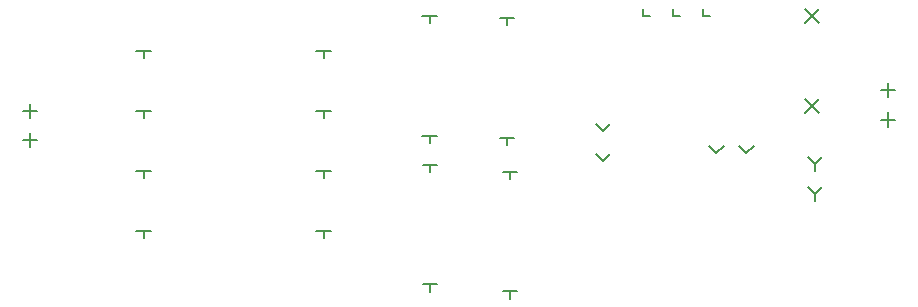
<source format=gbr>
G04 DipTrace 3.0.0.1*
G04 Plated_Through.gbr*
%MOIN*%
G04 #@! TF.FileFunction,Plated,1,2,PTH,Drill*
G04 #@! TF.Part,Single*
G04 Drill Symbols*
G04 D=0.019685 - Cross*
G04 D=0.021995 - X*
G04 D=0.028005 - Y*
G04 D=0.035433 - T*
G04 D=0.03937 - V*
G04 D=0.043307 - Clock*
%ADD10C,0.007874*%
%FSLAX26Y26*%
G04*
G70*
G90*
G75*
G01*
X2471260Y1003150D2*
D10*
X2494882Y979528D1*
X2518504Y1003150D1*
X2471260Y1103150D2*
X2494882Y1079528D1*
X2518504Y1103150D1*
X2849213Y1029921D2*
X2872835Y1006299D1*
X2896457Y1029921D1*
X2949213D2*
X2972835Y1006299D1*
X2996457Y1029921D1*
X1892913Y1462598D2*
X1940157D1*
X1916535D2*
Y1438976D1*
X1892913Y1064961D2*
X1940157D1*
X1916535D2*
Y1041339D1*
X1894094Y966535D2*
X1941339D1*
X1917717D2*
Y942913D1*
X1894094Y568898D2*
X1941339D1*
X1917717D2*
Y545276D1*
X2151969Y1456299D2*
X2199213D1*
X2175591D2*
Y1432677D1*
X2151969Y1058661D2*
X2199213D1*
X2175591D2*
Y1035039D1*
X2160630Y943307D2*
X2207874D1*
X2184252D2*
Y919685D1*
X2160630Y545669D2*
X2207874D1*
X2184252D2*
Y522047D1*
X3177953Y994882D2*
X3201575Y971260D1*
X3225197Y994882D1*
X3201575Y971260D2*
Y947638D1*
X3177953Y894882D2*
X3201575Y871260D1*
X3225197Y894882D1*
X3201575Y871260D2*
Y847638D1*
X585039Y1074803D2*
Y1027559D1*
X561417Y1051181D2*
X608661D1*
X585039Y1172047D2*
Y1124803D1*
X561417Y1148425D2*
X608661D1*
X3168898Y1488189D2*
X3216142Y1440945D1*
Y1488189D2*
X3168898Y1440945D1*
Y1188189D2*
X3216142Y1140945D1*
Y1188189D2*
X3168898Y1140945D1*
X939399Y1348425D2*
X986643D1*
X963021D2*
Y1324803D1*
X939399Y1148425D2*
X986643D1*
X963021D2*
Y1124803D1*
X939399Y948425D2*
X986643D1*
X963021D2*
Y924803D1*
X939399Y748425D2*
X986643D1*
X963021D2*
Y724803D1*
X1539399Y748425D2*
X1586643D1*
X1563021D2*
Y724803D1*
X1539399Y948425D2*
X1586643D1*
X1563021D2*
Y924803D1*
X1539399Y1148425D2*
X1586643D1*
X1563021D2*
Y1124803D1*
X1539399Y1348425D2*
X1586643D1*
X1563021D2*
Y1324803D1*
X2628346Y1485827D2*
Y1462205D1*
X2651969D1*
X2728346Y1485827D2*
Y1462205D1*
X2751969D1*
X2828346Y1485827D2*
Y1462205D1*
X2851969D1*
X3443307Y1142126D2*
Y1094882D1*
X3419685Y1118504D2*
X3466929D1*
X3443307Y1239370D2*
Y1192126D1*
X3419685Y1215748D2*
X3466929D1*
M02*

</source>
